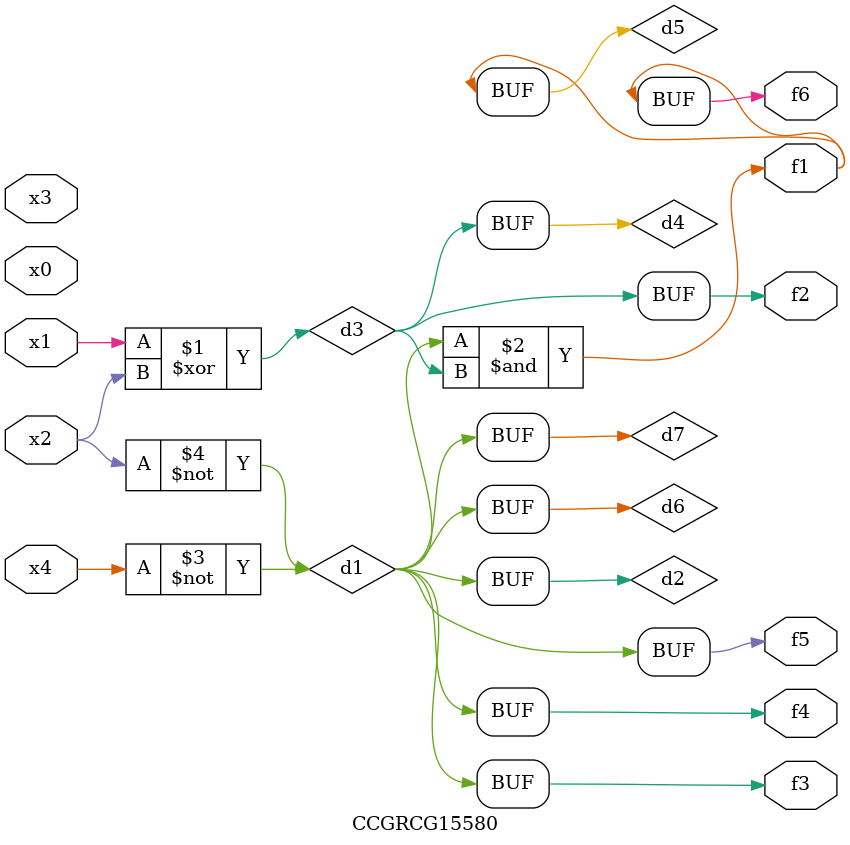
<source format=v>
module CCGRCG15580(
	input x0, x1, x2, x3, x4,
	output f1, f2, f3, f4, f5, f6
);

	wire d1, d2, d3, d4, d5, d6, d7;

	not (d1, x4);
	not (d2, x2);
	xor (d3, x1, x2);
	buf (d4, d3);
	and (d5, d1, d3);
	buf (d6, d1, d2);
	buf (d7, d2);
	assign f1 = d5;
	assign f2 = d4;
	assign f3 = d7;
	assign f4 = d7;
	assign f5 = d7;
	assign f6 = d5;
endmodule

</source>
